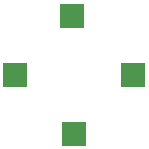
<source format=gbr>
G04 #@! TF.GenerationSoftware,KiCad,Pcbnew,5.1.5+dfsg1-2build2*
G04 #@! TF.CreationDate,2021-12-19T10:21:25+01:00*
G04 #@! TF.ProjectId,Drehko_large_Rotor,44726568-6b6f-45f6-9c61-7267655f526f,1.0*
G04 #@! TF.SameCoordinates,Original*
G04 #@! TF.FileFunction,Copper,L2,Bot*
G04 #@! TF.FilePolarity,Positive*
%FSLAX46Y46*%
G04 Gerber Fmt 4.6, Leading zero omitted, Abs format (unit mm)*
G04 Created by KiCad (PCBNEW 5.1.5+dfsg1-2build2) date 2021-12-19 10:21:25*
%MOMM*%
%LPD*%
G04 APERTURE LIST*
%ADD10R,2.000000X2.000000*%
G04 APERTURE END LIST*
D10*
X145000000Y-100000000D03*
X149800000Y-95000000D03*
X150000000Y-105000000D03*
X155000000Y-100000000D03*
M02*

</source>
